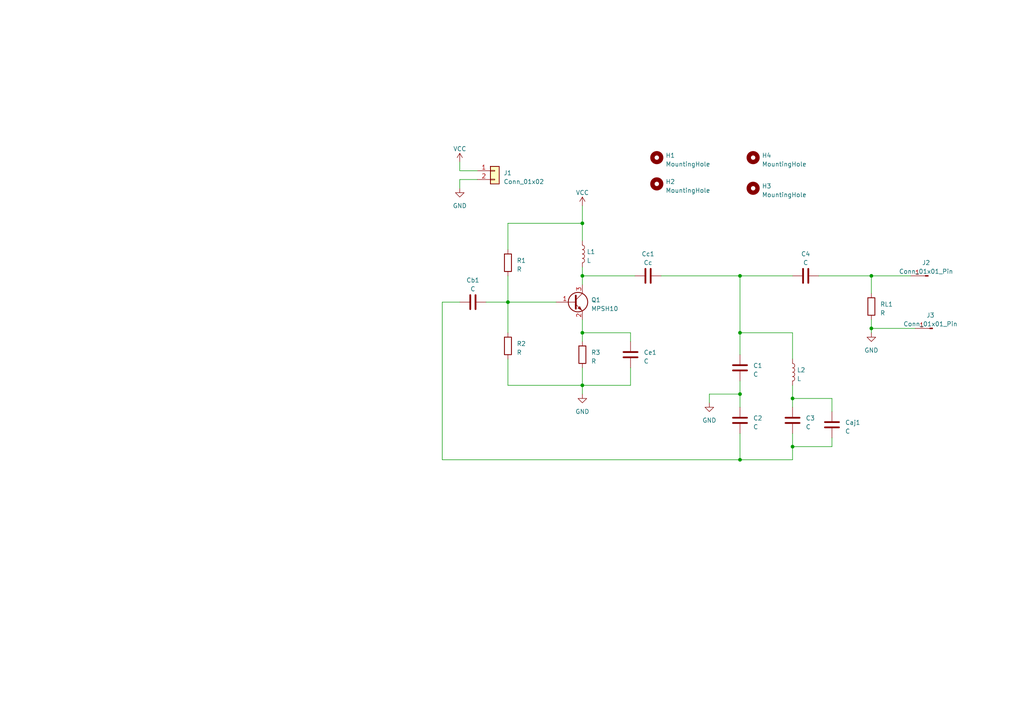
<source format=kicad_sch>
(kicad_sch (version 20230121) (generator eeschema)
  (paper "A4")
  (lib_symbols
    (symbol "Connector:Conn_01x01_Pin" (pin_names (offset 1.016) hide)
      (property "Reference" "J" (at 0 2.54 0))
      (property "Value" "Conn_01x01_Pin" (at 0 -2.54 0))
      (symbol "Conn_01x01_Pin_1_1"
        (polyline (pts (xy 1.27 0) (xy 0.8636 0)) (stroke (width 0.1524)))
        (rectangle (start 0.8636 0.127) (end 0 -0.127) (stroke (width 0.1524)) (fill (type outline)))
        (pin passive line (at 5.08 0 180) (length 3.81) (name "Pin_1") (number "1"))
      )
    )
    (symbol "Connector_Generic:Conn_01x02" (pin_names (offset 1.016) hide)
      (property "Reference" "J" (at 0 2.54 0))
      (property "Value" "Conn_01x02" (at 0 -5.08 0))
      (symbol "Conn_01x02_1_1"
        (rectangle (start -1.27 -2.413) (end 0 -2.667) (stroke (width 0.1524)))
        (rectangle (start -1.27 0.127) (end 0 -0.127) (stroke (width 0.1524)))
        (rectangle (start -1.27 1.27) (end 1.27 -3.81) (stroke (width 0.254)) (fill (type background)))
        (pin passive line (at -5.08 0 0) (length 3.81) (name "Pin_1") (number "1"))
        (pin passive line (at -5.08 -2.54 0) (length 3.81) (name "Pin_2") (number "2"))
      )
    )
    (symbol "Device:C" (pin_numbers hide) (pin_names (offset 0.254))
      (property "Reference" "C" (at 0.635 2.54 0))
      (property "Value" "C" (at 0.635 -2.54 0))
      (symbol "C_0_1"
        (polyline (pts (xy -2.032 -0.762) (xy 2.032 -0.762)) (stroke (width 0.508)))
        (polyline (pts (xy -2.032 0.762) (xy 2.032 0.762)) (stroke (width 0.508)))
      )
      (symbol "C_1_1"
        (pin passive line (at 0 3.81 270) (length 2.794) (name "~") (number "1"))
        (pin passive line (at 0 -3.81 90) (length 2.794) (name "~") (number "2"))
      )
    )
    (symbol "Device:L" (pin_numbers hide) (pin_names (offset 1.016) hide)
      (property "Reference" "L" (at -1.27 0 90))
      (property "Value" "L" (at 1.905 0 90))
      (symbol "L_0_1"
        (arc (start 0 -2.54) (mid 0.6323 -1.905) (end 0 -1.27))
        (arc (start 0 -1.27) (mid 0.6323 -0.635) (end 0 0))
        (arc (start 0 0) (mid 0.6323 0.635) (end 0 1.27))
        (arc (start 0 1.27) (mid 0.6323 1.905) (end 0 2.54))
      )
      (symbol "L_1_1"
        (pin passive line (at 0 3.81 270) (length 1.27) (name "1") (number "1"))
        (pin passive line (at 0 -3.81 90) (length 1.27) (name "2") (number "2"))
      )
    )
    (symbol "Device:R" (pin_numbers hide) (pin_names (offset 0))
      (property "Reference" "R" (at 2.032 0 90))
      (property "Value" "R" (at 0 0 90))
      (symbol "R_0_1"
        (rectangle (start -1.016 -2.54) (end 1.016 2.54) (stroke (width 0.254)))
      )
      (symbol "R_1_1"
        (pin passive line (at 0 3.81 270) (length 1.27) (name "~") (number "1"))
        (pin passive line (at 0 -3.81 90) (length 1.27) (name "~") (number "2"))
      )
    )
    (symbol "Mechanical:MountingHole" (pin_names (offset 1.016))
      (property "Reference" "H" (at 0 5.08 0))
      (property "Value" "MountingHole" (at 0 3.175 0))
      (symbol "MountingHole_0_1"
        (circle (center 0 0) (radius 1.27) (stroke (width 1.27)))
      )
    )
    (symbol "Transistor_BJT:MPSA42" (pin_names (offset 1.016) hide)
      (property "Reference" "Q1" (at 5.08 0.635 0))
      (property "Value" "MPSH10" (at 5.08 -1.905 0))
      (symbol "MPSA42_0_1"
        (polyline (pts (xy 0 0) (xy 0.635 0)))
        (polyline (pts (xy 0.635 0.635) (xy 2.54 2.54)))
        (polyline (pts (xy 0.635 -0.635) (xy 2.54 -2.54) (xy 2.54 -2.54)))
        (polyline (pts (xy 0.635 1.905) (xy 0.635 -1.905) (xy 0.635 -1.905)) (stroke (width 0.508)))
        (polyline (pts (xy 1.27 -1.778) (xy 1.778 -1.27) (xy 2.286 -2.286) (xy 1.27 -1.778) (xy 1.27 -1.778)) (fill (type outline)))
        (circle (center 1.27 0) (radius 2.8194) (stroke (width 0.254)))
      )
      (symbol "MPSA42_1_1"
        (pin input line (at -5.08 0 0) (length 5.08) (name "B") (number "1"))
        (pin passive line (at 2.54 -5.08 90) (length 2.54) (name "E") (number "2"))
        (pin passive line (at 2.54 5.08 270) (length 2.54) (name "C") (number "3"))
      )
    )
    (symbol "power:GND" (power) (pin_names (offset 0))
      (property "Value" "GND" (at 0 -3.81 0))
      (symbol "GND_0_1"
        (polyline (pts (xy 0 0) (xy 0 -1.27) (xy 1.27 -1.27) (xy 0 -2.54) (xy -1.27 -1.27) (xy 0 -1.27)))
      )
      (symbol "GND_1_1"
        (pin power_in line (at 0 0 270) (length 0) hide (name "GND") (number "1"))
      )
    )
    (symbol "power:VCC" (power) (pin_names (offset 0))
      (property "Value" "VCC" (at 0 3.81 0))
      (symbol "VCC_0_1"
        (polyline (pts (xy -0.762 1.27) (xy 0 2.54)))
        (polyline (pts (xy 0 0) (xy 0 2.54)))
        (polyline (pts (xy 0 2.54) (xy 0.762 1.27)))
      )
      (symbol "VCC_1_1"
        (pin power_in line (at 0 0 90) (length 0) hide (name "VCC") (number "1"))
      )
    )
  )
  (junction (at 214.63 133.35))
  (junction (at 252.73 80.01))
  (junction (at 214.63 80.01))
  (junction (at 214.63 96.52))
  (junction (at 168.91 80.01))
  (junction (at 229.87 129.54))
  (junction (at 229.87 115.57))
  (junction (at 147.32 87.63))
  (junction (at 252.73 95.25))
  (junction (at 214.63 114.3))
  (junction (at 168.91 96.52))
  (junction (at 168.91 64.77))
  (junction (at 168.91 111.76))
  (wire (pts (xy 241.3 129.54) (xy 229.87 129.54)))
  (wire (pts (xy 229.87 104.14) (xy 229.87 96.52)))
  (wire (pts (xy 214.63 110.49) (xy 214.63 114.3)))
  (wire (pts (xy 214.63 133.35) (xy 128.27 133.35)))
  (wire (pts (xy 252.73 92.71) (xy 252.73 95.25)))
  (wire (pts (xy 241.3 115.57) (xy 229.87 115.57)))
  (wire (pts (xy 147.32 80.01) (xy 147.32 87.63)))
  (wire (pts (xy 182.88 99.06) (xy 182.88 96.52)))
  (wire (pts (xy 229.87 129.54) (xy 229.87 133.35)))
  (wire (pts (xy 229.87 133.35) (xy 214.63 133.35)))
  (wire (pts (xy 252.73 95.25) (xy 252.73 96.52)))
  (wire (pts (xy 168.91 111.76) (xy 168.91 114.3)))
  (wire (pts (xy 229.87 125.73) (xy 229.87 129.54)))
  (wire (pts (xy 214.63 80.01) (xy 214.63 96.52)))
  (wire (pts (xy 147.32 64.77) (xy 168.91 64.77)))
  (wire (pts (xy 205.74 114.3) (xy 214.63 114.3)))
  (wire (pts (xy 168.91 77.47) (xy 168.91 80.01)))
  (wire (pts (xy 229.87 96.52) (xy 214.63 96.52)))
  (wire (pts (xy 128.27 133.35) (xy 128.27 87.63)))
  (wire (pts (xy 214.63 125.73) (xy 214.63 133.35)))
  (wire (pts (xy 168.91 80.01) (xy 168.91 82.55)))
  (wire (pts (xy 205.74 116.84) (xy 205.74 114.3)))
  (wire (pts (xy 229.87 111.76) (xy 229.87 115.57)))
  (wire (pts (xy 147.32 87.63) (xy 147.32 96.52)))
  (wire (pts (xy 128.27 87.63) (xy 133.35 87.63)))
  (wire (pts (xy 138.43 49.53) (xy 133.35 49.53)))
  (wire (pts (xy 133.35 46.99) (xy 133.35 49.53)))
  (wire (pts (xy 252.73 80.01) (xy 264.16 80.01)))
  (wire (pts (xy 252.73 80.01) (xy 237.49 80.01)))
  (wire (pts (xy 133.35 52.07) (xy 138.43 52.07)))
  (wire (pts (xy 214.63 114.3) (xy 214.63 118.11)))
  (wire (pts (xy 168.91 92.71) (xy 168.91 96.52)))
  (wire (pts (xy 133.35 54.61) (xy 133.35 52.07)))
  (wire (pts (xy 214.63 80.01) (xy 229.87 80.01)))
  (wire (pts (xy 147.32 104.14) (xy 147.32 111.76)))
  (wire (pts (xy 168.91 96.52) (xy 182.88 96.52)))
  (wire (pts (xy 241.3 127) (xy 241.3 129.54)))
  (wire (pts (xy 168.91 59.69) (xy 168.91 64.77)))
  (wire (pts (xy 168.91 64.77) (xy 168.91 69.85)))
  (wire (pts (xy 168.91 106.68) (xy 168.91 111.76)))
  (wire (pts (xy 252.73 95.25) (xy 265.43 95.25)))
  (wire (pts (xy 229.87 115.57) (xy 229.87 118.11)))
  (wire (pts (xy 147.32 87.63) (xy 161.29 87.63)))
  (wire (pts (xy 182.88 111.76) (xy 182.88 106.68)))
  (wire (pts (xy 191.77 80.01) (xy 214.63 80.01)))
  (wire (pts (xy 147.32 111.76) (xy 168.91 111.76)))
  (wire (pts (xy 147.32 72.39) (xy 147.32 64.77)))
  (wire (pts (xy 140.97 87.63) (xy 147.32 87.63)))
  (wire (pts (xy 184.15 80.01) (xy 168.91 80.01)))
  (wire (pts (xy 168.91 96.52) (xy 168.91 99.06)))
  (wire (pts (xy 168.91 111.76) (xy 182.88 111.76)))
  (wire (pts (xy 241.3 119.38) (xy 241.3 115.57)))
  (wire (pts (xy 252.73 85.09) (xy 252.73 80.01)))
  (wire (pts (xy 214.63 96.52) (xy 214.63 102.87)))
  (symbol (lib_id "Transistor_BJT:MPSA42") (at 166.37 87.63 0) (unit 1)
    (property "Reference" "Q1" (at 171.45 86.995 0) (effects (justify left)))
    (property "Value" "MPSH10" (at 171.45 89.535 0) (effects (justify left)))
    (property "Footprint" "Package_TO_SOT_THT:TO-92L_Wide" (effects hide))
    (property "Datasheet" "http://www.onsemi.com/pub_link/Collateral/MPSA42-D.PDF" (effects hide))
  )
  (symbol (lib_id "Device:R") (at 168.91 102.87 0) (unit 1)
    (property "Reference" "R3" (at 171.45 102.235 0) (effects (justify left)))
    (property "Value" "R" (at 171.45 104.775 0) (effects (justify left)))
    (property "Footprint" "Resistor_THT:R_Axial_DIN0207_L6.3mm_D2.5mm_P7.62mm_Horizontal" (effects hide))
  )
  (symbol (lib_id "Device:R") (at 252.73 88.9 0) (unit 1)
    (property "Reference" "RL1" (at 255.27 88.265 0) (effects (justify left)))
    (property "Value" "R" (at 255.27 90.805 0) (effects (justify left)))
    (property "Footprint" "Resistor_THT:R_Axial_DIN0207_L6.3mm_D2.5mm_P7.62mm_Horizontal" (effects hide))
  )
  (symbol (lib_id "Device:C") (at 187.96 80.01 90) (unit 1)
    (property "Reference" "Cc1" (at 187.96 73.66 90))
    (property "Value" "Cc" (at 187.96 76.2 90))
    (property "Footprint" "Capacitor_THT:CP_Radial_D8.0mm_P5.00mm" (effects hide))
  )
  (symbol (lib_id "Device:R") (at 147.32 76.2 0) (unit 1)
    (property "Reference" "R1" (at 149.86 75.565 0) (effects (justify left)))
    (property "Value" "R" (at 149.86 78.105 0) (effects (justify left)))
    (property "Footprint" "Resistor_THT:R_Axial_DIN0207_L6.3mm_D2.5mm_P7.62mm_Horizontal" (effects hide))
  )
  (symbol (lib_id "Mechanical:MountingHole") (at 218.44 45.72 0) (unit 1)
    (property "Reference" "H4" (at 220.98 45.085 0) (effects (justify left)))
    (property "Value" "MountingHole" (at 220.98 47.625 0) (effects (justify left)))
    (property "Footprint" "MountingHole:MountingHole_2.2mm_M2_DIN965_Pad" (effects hide))
  )
  (symbol (lib_id "Device:R") (at 147.32 100.33 0) (unit 1)
    (property "Reference" "R2" (at 149.86 99.695 0) (effects (justify left)))
    (property "Value" "R" (at 149.86 102.235 0) (effects (justify left)))
    (property "Footprint" "Resistor_THT:R_Axial_DIN0207_L6.3mm_D2.5mm_P7.62mm_Horizontal" (effects hide))
  )
  (symbol (lib_id "Mechanical:MountingHole") (at 190.5 53.34 0) (unit 1)
    (property "Reference" "H2" (at 193.04 52.705 0) (effects (justify left)))
    (property "Value" "MountingHole" (at 193.04 55.245 0) (effects (justify left)))
    (property "Footprint" "MountingHole:MountingHole_2.2mm_M2_DIN965_Pad" (effects hide))
  )
  (symbol (lib_id "Device:C") (at 233.68 80.01 90) (unit 1)
    (property "Reference" "C4" (at 233.68 73.66 90))
    (property "Value" "C" (at 233.68 76.2 90))
    (property "Footprint" "Capacitor_THT:CP_Radial_D8.0mm_P5.00mm" (effects hide))
  )
  (symbol (lib_id "power:GND") (at 252.73 96.52 0) (unit 1)
    (property "Reference" "#PWR06" (effects hide))
    (property "Value" "GND" (at 252.73 101.6 0))
  )
  (symbol (lib_id "Connector:Conn_01x01_Pin") (at 270.51 95.25 180) (unit 1)
    (property "Reference" "J3" (at 269.875 91.44 0))
    (property "Value" "Conn_01x01_Pin" (at 269.875 93.98 0))
    (property "Footprint" "Connector_PinHeader_1.00mm:PinHeader_1x01_P1.00mm_Vertical" (effects hide))
  )
  (symbol (lib_id "Device:C") (at 229.87 121.92 180) (unit 1)
    (property "Reference" "C3" (at 233.68 121.285 0) (effects (justify right)))
    (property "Value" "C" (at 233.68 123.825 0) (effects (justify right)))
    (property "Footprint" "Capacitor_THT:CP_Radial_D8.0mm_P5.00mm" (effects hide))
  )
  (symbol (lib_id "Device:C") (at 214.63 106.68 180) (unit 1)
    (property "Reference" "C1" (at 218.44 106.045 0) (effects (justify right)))
    (property "Value" "C" (at 218.44 108.585 0) (effects (justify right)))
    (property "Footprint" "Capacitor_THT:CP_Radial_D8.0mm_P5.00mm" (effects hide))
  )
  (symbol (lib_id "Device:L") (at 229.87 107.95 0) (unit 1)
    (property "Reference" "L2" (at 231.14 107.315 0) (effects (justify left)))
    (property "Value" "L" (at 231.14 109.855 0) (effects (justify left)))
    (property "Footprint" "Inductor_THT:L_Axial_L12.0mm_D5.0mm_P15.24mm_Horizontal_Fastron_MISC" (effects hide))
  )
  (symbol (lib_id "Device:C") (at 214.63 121.92 180) (unit 1)
    (property "Reference" "C2" (at 218.44 121.285 0) (effects (justify right)))
    (property "Value" "C" (at 218.44 123.825 0) (effects (justify right)))
    (property "Footprint" "Capacitor_THT:CP_Radial_D8.0mm_P5.00mm" (effects hide))
  )
  (symbol (lib_id "Mechanical:MountingHole") (at 218.44 54.61 0) (unit 1)
    (property "Reference" "H3" (at 220.98 53.975 0) (effects (justify left)))
    (property "Value" "MountingHole" (at 220.98 56.515 0) (effects (justify left)))
    (property "Footprint" "MountingHole:MountingHole_2.2mm_M2_DIN965_Pad" (effects hide))
  )
  (symbol (lib_id "power:GND") (at 205.74 116.84 0) (unit 1)
    (property "Reference" "#PWR05" (effects hide))
    (property "Value" "GND" (at 205.74 121.92 0))
  )
  (symbol (lib_id "power:GND") (at 133.35 54.61 0) (unit 1)
    (property "Reference" "#PWR02" (effects hide))
    (property "Value" "GND" (at 133.35 59.69 0))
  )
  (symbol (lib_id "Mechanical:MountingHole") (at 190.5 45.72 0) (unit 1)
    (property "Reference" "H1" (at 193.04 45.085 0) (effects (justify left)))
    (property "Value" "MountingHole" (at 193.04 47.625 0) (effects (justify left)))
    (property "Footprint" "MountingHole:MountingHole_2.2mm_M2_DIN965_Pad" (effects hide))
  )
  (symbol (lib_id "Device:C") (at 137.16 87.63 90) (unit 1)
    (property "Reference" "Cb1" (at 137.16 81.28 90))
    (property "Value" "C" (at 137.16 83.82 90))
    (property "Footprint" "Capacitor_THT:CP_Radial_D8.0mm_P5.00mm" (effects hide))
  )
  (symbol (lib_id "power:GND") (at 168.91 114.3 0) (unit 1)
    (property "Reference" "#PWR04" (effects hide))
    (property "Value" "GND" (at 168.91 119.38 0))
  )
  (symbol (lib_id "Device:C") (at 241.3 123.19 180) (unit 1)
    (property "Reference" "Caj1" (at 245.11 122.555 0) (effects (justify right)))
    (property "Value" "C" (at 245.11 125.095 0) (effects (justify right)))
    (property "Footprint" "Capacitor_THT:CP_Radial_D8.0mm_P5.00mm" (effects hide))
  )
  (symbol (lib_id "power:VCC") (at 168.91 59.69 0) (unit 1)
    (property "Reference" "#PWR03" (effects hide))
    (property "Value" "VCC" (at 168.91 55.88 0))
  )
  (symbol (lib_id "Device:L") (at 168.91 73.66 0) (unit 1)
    (property "Reference" "L1" (at 170.18 73.025 0) (effects (justify left)))
    (property "Value" "L" (at 170.18 75.565 0) (effects (justify left)))
    (property "Footprint" "Inductor_THT:L_Axial_L5.3mm_D2.2mm_P10.16mm_Horizontal_Vishay_IM-1" (effects hide))
  )
  (symbol (lib_id "Connector:Conn_01x01_Pin") (at 269.24 80.01 180) (unit 1)
    (property "Reference" "J2" (at 268.605 76.2 0))
    (property "Value" "Conn_01x01_Pin" (at 268.605 78.74 0))
    (property "Footprint" "Connector_PinHeader_1.00mm:PinHeader_1x01_P1.00mm_Vertical" (effects hide))
  )
  (symbol (lib_id "Device:C") (at 182.88 102.87 0) (unit 1)
    (property "Reference" "Ce1" (at 186.69 102.235 0) (effects (justify left)))
    (property "Value" "C" (at 186.69 104.775 0) (effects (justify left)))
    (property "Footprint" "Capacitor_THT:CP_Radial_D8.0mm_P5.00mm" (effects hide))
  )
  (symbol (lib_id "power:VCC") (at 133.35 46.99 0) (unit 1)
    (property "Reference" "#PWR01" (effects hide))
    (property "Value" "VCC" (at 133.35 43.18 0))
  )
  (symbol (lib_id "Connector_Generic:Conn_01x02") (at 143.51 49.53 0) (unit 1)
    (property "Reference" "J1" (at 146.05 50.165 0) (effects (justify left)))
    (property "Value" "Conn_01x02" (at 146.05 52.705 0) (effects (justify left)))
    (property "Footprint" "TerminalBlock_Altech:Altech_AK300_1x02_P5.00mm_45-Degree" (effects hide))
  )
)
</source>
